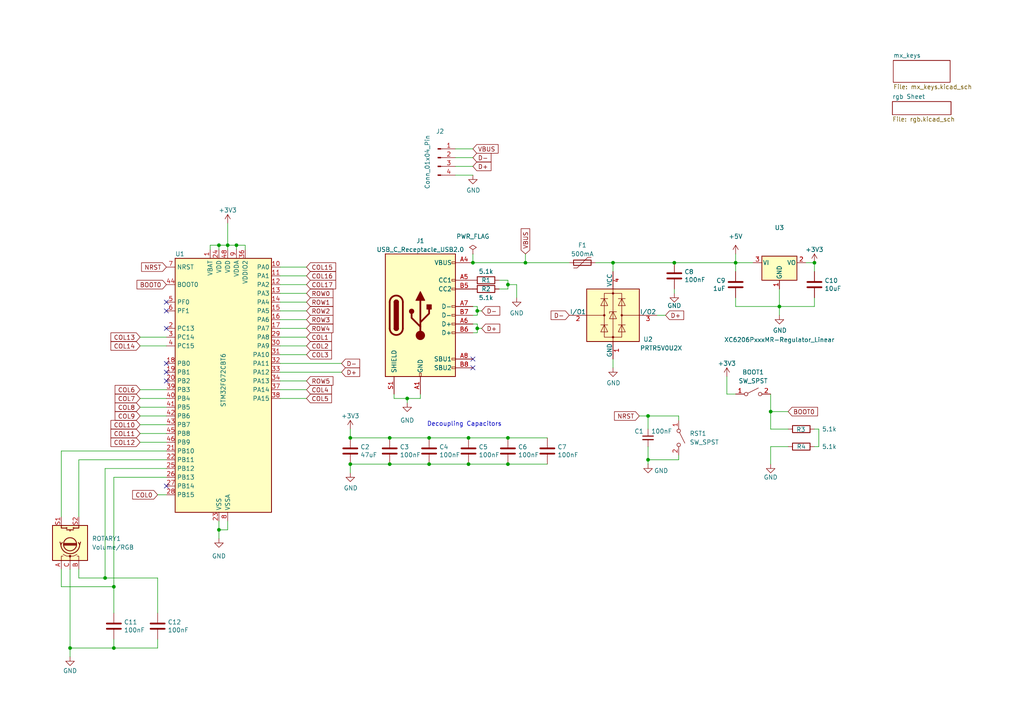
<source format=kicad_sch>
(kicad_sch (version 20231120) (generator "eeschema") (generator_version "8.0")
  (paper "A4")
  (title_block (title "Mioke80 Keyboard  QMK") (date "2024-07-25") (rev "1.0") (company "Michael O'Toole") (comment 1 "Open Source Hardware") (comment 2 "STM32F072CBT6"))
  (lib_symbols
    (symbol "Connector:Conn_01x04_Pin" (pin_names (offset 1.016) hide)
      (property "Reference" "J" (at 0 5.08 0))
      (property "Value" "Conn_01x04_Pin" (at 0 -7.62 0))
      (symbol "Conn_01x04_Pin_1_1"
        (polyline (pts (xy 1.27 -5.08) (xy 0.8636 -5.08)) (stroke (width 0.1524)))
        (polyline (pts (xy 1.27 -2.54) (xy 0.8636 -2.54)) (stroke (width 0.1524)))
        (polyline (pts (xy 1.27 0) (xy 0.8636 0)) (stroke (width 0.1524)))
        (polyline (pts (xy 1.27 2.54) (xy 0.8636 2.54)) (stroke (width 0.1524)))
        (rectangle (start 0.8636 -4.953) (end 0 -5.207) (stroke (width 0.1524)) (fill (type outline)))
        (rectangle (start 0.8636 -2.413) (end 0 -2.667) (stroke (width 0.1524)) (fill (type outline)))
        (rectangle (start 0.8636 0.127) (end 0 -0.127) (stroke (width 0.1524)) (fill (type outline)))
        (rectangle (start 0.8636 2.667) (end 0 2.413) (stroke (width 0.1524)) (fill (type outline)))
        (pin passive line (at 5.08 2.54 180) (length 3.81) (name "Pin_1") (number "1"))
        (pin passive line (at 5.08 0 180) (length 3.81) (name "Pin_2") (number "2"))
        (pin passive line (at 5.08 -2.54 180) (length 3.81) (name "Pin_3") (number "3"))
        (pin passive line (at 5.08 -5.08 180) (length 3.81) (name "Pin_4") (number "4"))
      )
    )
    (symbol "Connector:USB_C_Receptacle_USB2.0" (pin_names (offset 1.016))
      (property "Reference" "J" (at -10.16 19.05 0))
      (property "Value" "USB_C_Receptacle_USB2.0" (at 19.05 19.05 0))
      (symbol "USB_C_Receptacle_USB2.0_0_0"
        (rectangle (start -0.254 -17.78) (end 0.254 -16.764))
        (rectangle (start 10.16 -14.986) (end 9.144 -15.494))
        (rectangle (start 10.16 -12.446) (end 9.144 -12.954))
        (rectangle (start 10.16 -4.826) (end 9.144 -5.334))
        (rectangle (start 10.16 -2.286) (end 9.144 -2.794))
        (rectangle (start 10.16 0.254) (end 9.144 -0.254))
        (rectangle (start 10.16 2.794) (end 9.144 2.286))
        (rectangle (start 10.16 7.874) (end 9.144 7.366))
        (rectangle (start 10.16 10.414) (end 9.144 9.906))
        (rectangle (start 10.16 15.494) (end 9.144 14.986))
      )
      (symbol "USB_C_Receptacle_USB2.0_0_1"
        (rectangle (start -10.16 17.78) (end 10.16 -17.78) (stroke (width 0.254)) (fill (type background)))
        (arc (start -8.89 -3.81) (mid -6.985 -5.7067) (end -5.08 -3.81) (stroke (width 0.508)))
        (arc (start -7.62 -3.81) (mid -6.985 -4.4423) (end -6.35 -3.81) (stroke (width 0.254)))
        (arc (start -7.62 -3.81) (mid -6.985 -4.4423) (end -6.35 -3.81) (stroke (width 0.254)) (fill (type outline)))
        (rectangle (start -7.62 -3.81) (end -6.35 3.81) (stroke (width 0.254)) (fill (type outline)))
        (arc (start -6.35 3.81) (mid -6.985 4.4423) (end -7.62 3.81) (stroke (width 0.254)))
        (arc (start -6.35 3.81) (mid -6.985 4.4423) (end -7.62 3.81) (stroke (width 0.254)) (fill (type outline)))
        (arc (start -5.08 3.81) (mid -6.985 5.7067) (end -8.89 3.81) (stroke (width 0.508)))
        (circle (center -2.54 1.143) (radius 0.635) (stroke (width 0.254)) (fill (type outline)))
        (circle (center 0 -5.842) (radius 1.27) (fill (type outline)))
        (polyline (pts (xy -8.89 -3.81) (xy -8.89 3.81)) (stroke (width 0.508)))
        (polyline (pts (xy -5.08 3.81) (xy -5.08 -3.81)) (stroke (width 0.508)))
        (polyline (pts (xy 0 -5.842) (xy 0 4.318)) (stroke (width 0.508)))
        (polyline (pts (xy 0 -3.302) (xy -2.54 -0.762) (xy -2.54 0.508)) (stroke (width 0.508)))
        (polyline (pts (xy 0 -2.032) (xy 2.54 0.508) (xy 2.54 1.778)) (stroke (width 0.508)))
        (polyline (pts (xy -1.27 4.318) (xy 0 6.858) (xy 1.27 4.318) (xy -1.27 4.318)) (stroke (width 0.254)) (fill (type outline)))
        (rectangle (start 1.905 1.778) (end 3.175 3.048) (stroke (width 0.254)) (fill (type outline)))
      )
      (symbol "USB_C_Receptacle_USB2.0_1_1"
        (pin passive line (at 0 -22.86 90) (length 5.08) (name "GND") (number "A1"))
        (pin passive line (at 0 -22.86 90) (length 5.08) hide (name "GND") (number "A12"))
        (pin passive line (at 15.24 15.24 180) (length 5.08) (name "VBUS") (number "A4"))
        (pin bidirectional line (at 15.24 10.16 180) (length 5.08) (name "CC1") (number "A5"))
        (pin bidirectional line (at 15.24 -2.54 180) (length 5.08) (name "D+") (number "A6"))
        (pin bidirectional line (at 15.24 2.54 180) (length 5.08) (name "D-") (number "A7"))
        (pin bidirectional line (at 15.24 -12.7 180) (length 5.08) (name "SBU1") (number "A8"))
        (pin passive line (at 15.24 15.24 180) (length 5.08) hide (name "VBUS") (number "A9"))
        (pin passive line (at 0 -22.86 90) (length 5.08) hide (name "GND") (number "B1"))
        (pin passive line (at 0 -22.86 90) (length 5.08) hide (name "GND") (number "B12"))
        (pin passive line (at 15.24 15.24 180) (length 5.08) hide (name "VBUS") (number "B4"))
        (pin bidirectional line (at 15.24 7.62 180) (length 5.08) (name "CC2") (number "B5"))
        (pin bidirectional line (at 15.24 -5.08 180) (length 5.08) (name "D+") (number "B6"))
        (pin bidirectional line (at 15.24 0 180) (length 5.08) (name "D-") (number "B7"))
        (pin bidirectional line (at 15.24 -15.24 180) (length 5.08) (name "SBU2") (number "B8"))
        (pin passive line (at 15.24 15.24 180) (length 5.08) hide (name "VBUS") (number "B9"))
        (pin passive line (at -7.62 -22.86 90) (length 5.08) (name "SHIELD") (number "S1"))
      )
    )
    (symbol "Device:C" (pin_numbers hide) (pin_names (offset 0.254))
      (property "Reference" "C" (at 0.635 2.54 0))
      (property "Value" "C" (at 0.635 -2.54 0))
      (symbol "C_0_1"
        (polyline (pts (xy -2.032 -0.762) (xy 2.032 -0.762)) (stroke (width 0.508)))
        (polyline (pts (xy -2.032 0.762) (xy 2.032 0.762)) (stroke (width 0.508)))
      )
      (symbol "C_1_1"
        (pin passive line (at 0 3.81 270) (length 2.794) (name "~") (number "1"))
        (pin passive line (at 0 -3.81 90) (length 2.794) (name "~") (number "2"))
      )
    )
    (symbol "Device:C_Small" (pin_numbers hide) (pin_names (offset 0.254) hide)
      (property "Reference" "C" (at 0.254 1.778 0))
      (property "Value" "C_Small" (at 0.254 -2.032 0))
      (symbol "C_Small_0_1"
        (polyline (pts (xy -1.524 -0.508) (xy 1.524 -0.508)) (stroke (width 0.3302)))
        (polyline (pts (xy -1.524 0.508) (xy 1.524 0.508)) (stroke (width 0.3048)))
      )
      (symbol "C_Small_1_1"
        (pin passive line (at 0 2.54 270) (length 2.032) (name "~") (number "1"))
        (pin passive line (at 0 -2.54 90) (length 2.032) (name "~") (number "2"))
      )
    )
    (symbol "Device:Polyfuse" (pin_numbers hide) (pin_names (offset 0))
      (property "Reference" "F" (at -2.54 0 90))
      (property "Value" "Polyfuse" (at 2.54 0 90))
      (symbol "Polyfuse_0_1"
        (rectangle (start -0.762 2.54) (end 0.762 -2.54) (stroke (width 0.254)))
        (polyline (pts (xy 0 2.54) (xy 0 -2.54)))
        (polyline (pts (xy -1.524 2.54) (xy -1.524 1.524) (xy 1.524 -1.524) (xy 1.524 -2.54)))
      )
      (symbol "Polyfuse_1_1"
        (pin passive line (at 0 3.81 270) (length 1.27) (name "~") (number "1"))
        (pin passive line (at 0 -3.81 90) (length 1.27) (name "~") (number "2"))
      )
    )
    (symbol "Device:R" (pin_numbers hide) (pin_names (offset 0))
      (property "Reference" "R" (at 2.032 0 90))
      (property "Value" "R" (at 0 0 90))
      (symbol "R_0_1"
        (rectangle (start -1.016 -2.54) (end 1.016 2.54) (stroke (width 0.254)))
      )
      (symbol "R_1_1"
        (pin passive line (at 0 3.81 270) (length 1.27) (name "~") (number "1"))
        (pin passive line (at 0 -3.81 90) (length 1.27) (name "~") (number "2"))
      )
    )
    (symbol "MCU_ST_STM32F0:STM32F072CBTx"
      (property "Reference" "U" (at -12.7 39.37 0))
      (property "Value" "STM32F072CBTx" (at 10.16 39.37 0))
      (symbol "STM32F072CBTx_0_1"
        (rectangle (start -12.7 -35.56) (end 15.24 38.1) (stroke (width 0.254)) (fill (type background)))
      )
      (symbol "STM32F072CBTx_1_1"
        (pin power_in line (at -2.54 40.64 270) (length 2.54) (name "VBAT") (number "1"))
        (pin bidirectional line (at 17.78 35.56 180) (length 2.54) (name "PA0") (number "10"))
        (pin bidirectional line (at 17.78 33.02 180) (length 2.54) (name "PA1") (number "11"))
        (pin bidirectional line (at 17.78 30.48 180) (length 2.54) (name "PA2") (number "12"))
        (pin bidirectional line (at 17.78 27.94 180) (length 2.54) (name "PA3") (number "13"))
        (pin bidirectional line (at 17.78 25.4 180) (length 2.54) (name "PA4") (number "14"))
        (pin bidirectional line (at 17.78 22.86 180) (length 2.54) (name "PA5") (number "15"))
        (pin bidirectional line (at 17.78 20.32 180) (length 2.54) (name "PA6") (number "16"))
        (pin bidirectional line (at 17.78 17.78 180) (length 2.54) (name "PA7") (number "17"))
        (pin bidirectional line (at -15.24 7.62 0) (length 2.54) (name "PB0") (number "18"))
        (pin bidirectional line (at -15.24 5.08 0) (length 2.54) (name "PB1") (number "19"))
        (pin bidirectional line (at -15.24 17.78 0) (length 2.54) (name "PC13") (number "2"))
        (pin bidirectional line (at -15.24 2.54 0) (length 2.54) (name "PB2") (number "20"))
        (pin bidirectional line (at -15.24 -17.78 0) (length 2.54) (name "PB10") (number "21"))
        (pin bidirectional line (at -15.24 -20.32 0) (length 2.54) (name "PB11") (number "22"))
        (pin power_in line (at 0 -38.1 90) (length 2.54) (name "VSS") (number "23"))
        (pin power_in line (at 0 40.64 270) (length 2.54) (name "VDD") (number "24"))
        (pin bidirectional line (at -15.24 -22.86 0) (length 2.54) (name "PB12") (number "25"))
        (pin bidirectional line (at -15.24 -25.4 0) (length 2.54) (name "PB13") (number "26"))
        (pin bidirectional line (at -15.24 -27.94 0) (length 2.54) (name "PB14") (number "27"))
        (pin bidirectional line (at -15.24 -30.48 0) (length 2.54) (name "PB15") (number "28"))
        (pin bidirectional line (at 17.78 15.24 180) (length 2.54) (name "PA8") (number "29"))
        (pin bidirectional line (at -15.24 15.24 0) (length 2.54) (name "PC14") (number "3"))
        (pin bidirectional line (at 17.78 12.7 180) (length 2.54) (name "PA9") (number "30"))
        (pin bidirectional line (at 17.78 10.16 180) (length 2.54) (name "PA10") (number "31"))
        (pin bidirectional line (at 17.78 7.62 180) (length 2.54) (name "PA11") (number "32"))
        (pin bidirectional line (at 17.78 5.08 180) (length 2.54) (name "PA12") (number "33"))
        (pin bidirectional line (at 17.78 2.54 180) (length 2.54) (name "PA13") (number "34"))
        (pin passive line (at 0 -38.1 90) (length 2.54) hide (name "VSS") (number "35"))
        (pin power_in line (at 7.62 40.64 270) (length 2.54) (name "VDDIO2") (number "36"))
        (pin bidirectional line (at 17.78 0 180) (length 2.54) (name "PA14") (number "37"))
        (pin bidirectional line (at 17.78 -2.54 180) (length 2.54) (name "PA15") (number "38"))
        (pin bidirectional line (at -15.24 0 0) (length 2.54) (name "PB3") (number "39"))
        (pin bidirectional line (at -15.24 12.7 0) (length 2.54) (name "PC15") (number "4"))
        (pin bidirectional line (at -15.24 -2.54 0) (length 2.54) (name "PB4") (number "40"))
        (pin bidirectional line (at -15.24 -5.08 0) (length 2.54) (name "PB5") (number "41"))
        (pin bidirectional line (at -15.24 -7.62 0) (length 2.54) (name "PB6") (number "42"))
        (pin bidirectional line (at -15.24 -10.16 0) (length 2.54) (name "PB7") (number "43"))
        (pin input line (at -15.24 30.48 0) (length 2.54) (name "BOOT0") (number "44"))
        (pin bidirectional line (at -15.24 -12.7 0) (length 2.54) (name "PB8") (number "45"))
        (pin bidirectional line (at -15.24 -15.24 0) (length 2.54) (name "PB9") (number "46"))
        (pin passive line (at 0 -38.1 90) (length 2.54) hide (name "VSS") (number "47"))
        (pin power_in line (at 2.54 40.64 270) (length 2.54) (name "VDD") (number "48"))
        (pin bidirectional line (at -15.24 25.4 0) (length 2.54) (name "PF0") (number "5"))
        (pin bidirectional line (at -15.24 22.86 0) (length 2.54) (name "PF1") (number "6"))
        (pin input line (at -15.24 35.56 0) (length 2.54) (name "NRST") (number "7"))
        (pin power_in line (at 2.54 -38.1 90) (length 2.54) (name "VSSA") (number "8"))
        (pin power_in line (at 5.08 40.64 270) (length 2.54) (name "VDDA") (number "9"))
      )
    )
    (symbol "MyComponents_Library:RotaryEncoder_Switch" (pin_names (offset 0.254) hide)
      (property "Reference" "SW1" (at 0 10.16 0))
      (property "Value" "Encoder" (at 0 7.62 0))
      (symbol "RotaryEncoder_Switch_0_1"
        (rectangle (start -5.08 5.08) (end 5.08 -5.08) (stroke (width 0.254)) (fill (type background)))
        (circle (center -3.81 0) (radius 0.254) (fill (type outline)))
        (circle (center -0.381 0) (radius 1.905) (stroke (width 0.254)))
        (arc (start -0.381 2.667) (mid -3.0988 -0.0635) (end -0.381 -2.794) (stroke (width 0.254)))
        (polyline (pts (xy -0.635 -1.778) (xy -0.635 1.778)) (stroke (width 0.254)))
        (polyline (pts (xy -0.381 -1.778) (xy -0.381 1.778)) (stroke (width 0.254)))
        (polyline (pts (xy -0.127 1.778) (xy -0.127 -1.778)) (stroke (width 0.254)))
        (polyline (pts (xy 3.81 0) (xy 3.429 0)) (stroke (width 0.254)))
        (polyline (pts (xy 3.81 1.016) (xy 3.81 -1.016)) (stroke (width 0.254)))
        (polyline (pts (xy -5.08 -2.54) (xy -3.81 -2.54) (xy -3.81 -2.032)))
        (polyline (pts (xy -5.08 2.54) (xy -3.81 2.54) (xy -3.81 2.032)))
        (polyline (pts (xy 0.254 -3.048) (xy -0.508 -2.794) (xy 0.127 -2.413)) (stroke (width 0.254)))
        (polyline (pts (xy 0.254 2.921) (xy -0.508 2.667) (xy 0.127 2.286)) (stroke (width 0.254)))
        (polyline (pts (xy 5.08 -2.54) (xy 4.318 -2.54) (xy 4.318 -1.016)) (stroke (width 0.254)))
        (polyline (pts (xy 5.08 2.54) (xy 4.318 2.54) (xy 4.318 1.016)) (stroke (width 0.254)))
        (polyline (pts (xy -5.08 0) (xy -3.81 0) (xy -3.81 -1.016) (xy -3.302 -2.032)))
        (polyline (pts (xy -4.318 0) (xy -3.81 0) (xy -3.81 1.016) (xy -3.302 2.032)))
        (circle (center 4.318 -1.016) (radius 0.127) (stroke (width 0.254)))
        (circle (center 4.318 1.016) (radius 0.127) (stroke (width 0.254)))
      )
      (symbol "RotaryEncoder_Switch_1_1"
        (pin passive line (at -7.62 2.54 0) (length 2.54) (name "A") (number "A"))
        (pin passive line (at -7.62 -2.54 0) (length 2.54) (name "B") (number "B"))
        (pin passive line (at -7.62 0 0) (length 2.54) (name "C") (number "C"))
        (pin passive line (at 7.62 2.54 180) (length 2.54) (name "S1") (number "S1"))
        (pin passive line (at 7.62 -2.54 180) (length 2.54) (name "S2") (number "S2"))
      )
    )
    (symbol "Power_Protection:PRTR5V0U2X" (pin_names (offset 0))
      (property "Reference" "D" (at 2.794 8.636 0))
      (property "Value" "PRTR5V0U2X" (at 8.128 -9.398 0))
      (symbol "PRTR5V0U2X_0_1"
        (rectangle (start -7.62 -7.62) (end 7.62 7.62) (stroke (width 0.254)) (fill (type background)))
        (circle (center -2.54 0) (radius 0.254) (fill (type outline)))
        (rectangle (start -2.54 6.35) (end 2.54 -6.35))
        (circle (center 0 -6.35) (radius 0.254) (fill (type outline)))
        (polyline (pts (xy -2.54 0) (xy -7.62 0)))
        (polyline (pts (xy -1.524 -2.794) (xy -3.556 -2.794)))
        (polyline (pts (xy -1.524 4.826) (xy -3.556 4.826)))
        (polyline (pts (xy 0 -7.62) (xy 0 7.62)))
        (polyline (pts (xy 1.524 -2.794) (xy 3.556 -2.794)))
        (polyline (pts (xy 1.524 4.826) (xy 3.556 4.826)))
        (polyline (pts (xy 2.54 0) (xy 7.62 0)))
        (polyline (pts (xy 1.016 1.016) (xy -1.016 1.016) (xy -1.016 0.508)))
        (polyline (pts (xy -3.556 -4.826) (xy -1.524 -4.826) (xy -2.54 -2.794) (xy -3.556 -4.826)))
        (polyline (pts (xy -3.556 2.794) (xy -1.524 2.794) (xy -2.54 4.826) (xy -3.556 2.794)))
        (polyline (pts (xy -1.016 -1.016) (xy 1.016 -1.016) (xy 0 1.016) (xy -1.016 -1.016)))
        (polyline (pts (xy 3.556 -4.826) (xy 1.524 -4.826) (xy 2.54 -2.794) (xy 3.556 -4.826)))
        (polyline (pts (xy 3.556 2.794) (xy 1.524 2.794) (xy 2.54 4.826) (xy 3.556 2.794)))
        (circle (center 0 6.35) (radius 0.254) (fill (type outline)))
        (circle (center 2.54 0) (radius 0.254) (fill (type outline)))
      )
      (symbol "PRTR5V0U2X_1_1"
        (pin passive line (at 0 -12.7 90) (length 5.08) (name "GND") (number "1"))
        (pin passive line (at -12.7 0 0) (length 5.08) (name "I/O1") (number "2"))
        (pin passive line (at 12.7 0 180) (length 5.08) (name "I/O2") (number "3"))
        (pin passive line (at 0 12.7 270) (length 5.08) (name "VCC") (number "4"))
      )
    )
    (symbol "Switch:SW_SPST" (pin_names (offset 0) hide)
      (property "Reference" "SW" (at 0 3.175 0))
      (property "Value" "SW_SPST" (at 0 -2.54 0))
      (symbol "SW_SPST_0_0"
        (circle (center -2.032 0) (radius 0.508))
        (polyline (pts (xy -1.524 0.254) (xy 1.524 1.778)))
        (circle (center 2.032 0) (radius 0.508))
      )
      (symbol "SW_SPST_1_1"
        (pin passive line (at -5.08 0 0) (length 2.54) (name "A") (number "1"))
        (pin passive line (at 5.08 0 180) (length 2.54) (name "B") (number "2"))
      )
    )
    (symbol "kicad-keyboard-parts:XC6206PxxxMR-Regulator_Linear" (pin_names (offset 0.254))
      (property "Reference" "U" (at -3.81 3.175 0))
      (property "Value" "XC6206PxxxMR-Regulator_Linear" (at 0 3.175 0))
      (property "LCSC" "C5446" (at 0 0 0))
      (symbol "XC6206PxxxMR-Regulator_Linear_0_1"
        (rectangle (start -5.08 1.905) (end 5.08 -5.08) (stroke (width 0.254)) (fill (type background)))
      )
      (symbol "XC6206PxxxMR-Regulator_Linear_1_1"
        (pin power_in line (at 0 -7.62 90) (length 2.54) (name "GND") (number "1"))
        (pin power_out line (at 7.62 0 180) (length 2.54) (name "VO") (number "2"))
        (pin power_in line (at -7.62 0 0) (length 2.54) (name "VI") (number "3"))
      )
    )
    (symbol "power:+3V3" (power) (pin_names (offset 0))
      (property "Value" "+3V3" (at 0 3.556 0))
      (symbol "+3V3_0_1"
        (polyline (pts (xy -0.762 1.27) (xy 0 2.54)))
        (polyline (pts (xy 0 0) (xy 0 2.54)))
        (polyline (pts (xy 0 2.54) (xy 0.762 1.27)))
      )
      (symbol "+3V3_1_1"
        (pin power_in line (at 0 0 90) (length 0) hide (name "+3V3") (number "1"))
      )
    )
    (symbol "power:+5V" (power) (pin_names (offset 0))
      (property "Value" "+5V" (at 0 3.556 0))
      (symbol "+5V_0_1"
        (polyline (pts (xy -0.762 1.27) (xy 0 2.54)))
        (polyline (pts (xy 0 0) (xy 0 2.54)))
        (polyline (pts (xy 0 2.54) (xy 0.762 1.27)))
      )
      (symbol "+5V_1_1"
        (pin power_in line (at 0 0 90) (length 0) hide (name "+5V") (number "1"))
      )
    )
    (symbol "power:GND" (power) (pin_names (offset 0))
      (property "Value" "GND" (at 0 -3.81 0))
      (symbol "GND_0_1"
        (polyline (pts (xy 0 0) (xy 0 -1.27) (xy 1.27 -1.27) (xy 0 -2.54) (xy -1.27 -1.27) (xy 0 -1.27)))
      )
      (symbol "GND_1_1"
        (pin power_in line (at 0 0 270) (length 0) hide (name "GND") (number "1"))
      )
    )
    (symbol "power:PWR_FLAG" (power) (pin_numbers hide) (pin_names (offset 0) hide)
      (property "Value" "PWR_FLAG" (at 0 3.81 0))
      (symbol "PWR_FLAG_0_0"
        (pin power_out line (at 0 0 90) (length 0) (name "pwr") (number "1"))
      )
      (symbol "PWR_FLAG_0_1"
        (polyline (pts (xy 0 0) (xy 0 1.27) (xy -1.016 1.905) (xy 0 2.54) (xy 1.016 1.905) (xy 0 1.27)))
      )
    )
  )
  (junction (at 33.02 170.18))
  (junction (at 226.06 88.9))
  (junction (at 187.96 120.65))
  (junction (at 66.04 71.12))
  (junction (at 20.32 187.96))
  (junction (at 147.32 82.55))
  (junction (at 63.5 71.12))
  (junction (at 135.89 134.62))
  (junction (at 30.48 167.64))
  (junction (at 135.89 127))
  (junction (at 101.6 134.62))
  (junction (at 101.6 127))
  (junction (at 137.16 76.2))
  (junction (at 124.46 134.62))
  (junction (at 195.58 76.2))
  (junction (at 152.4 76.2))
  (junction (at 113.03 134.62))
  (junction (at 223.52 119.38))
  (junction (at 33.02 187.96))
  (junction (at 147.32 134.62))
  (junction (at 236.22 76.2))
  (junction (at 147.32 127))
  (junction (at 63.5 153.67))
  (junction (at 124.46 127))
  (junction (at 213.36 76.2))
  (junction (at 177.8 76.2))
  (junction (at 138.43 95.25))
  (junction (at 118.11 115.57))
  (junction (at 187.96 133.35))
  (junction (at 138.43 90.17))
  (junction (at 113.03 127))
  (junction (at 68.58 71.12))
  (no_connect (at 48.26 95.25))
  (no_connect (at 48.26 105.41))
  (no_connect (at 48.26 140.97))
  (no_connect (at 137.16 106.68))
  (no_connect (at 137.16 104.14))
  (no_connect (at 48.26 110.49))
  (no_connect (at 48.26 107.95))
  (no_connect (at 48.26 87.63))
  (no_connect (at 48.26 90.17))
  (wire (pts (xy 81.28 80.01) (xy 88.9 80.01)))
  (wire (pts (xy 30.48 167.64) (xy 45.72 167.64)))
  (wire (pts (xy 147.32 134.62) (xy 158.75 134.62)))
  (wire (pts (xy 33.02 138.43) (xy 48.26 138.43)))
  (wire (pts (xy 33.02 138.43) (xy 33.02 170.18)))
  (wire (pts (xy 223.52 119.38) (xy 228.6 119.38)))
  (wire (pts (xy 22.86 165.1) (xy 22.86 167.64)))
  (wire (pts (xy 137.16 96.52) (xy 138.43 96.52)))
  (wire (pts (xy 137.16 73.66) (xy 137.16 76.2)))
  (wire (pts (xy 196.85 120.65) (xy 196.85 121.92)))
  (wire (pts (xy 81.28 92.71) (xy 88.9 92.71)))
  (wire (pts (xy 177.8 76.2) (xy 195.58 76.2)))
  (wire (pts (xy 223.52 119.38) (xy 223.52 124.46)))
  (wire (pts (xy 223.52 129.54) (xy 228.6 129.54)))
  (wire (pts (xy 118.11 115.57) (xy 121.92 115.57)))
  (wire (pts (xy 132.08 50.8) (xy 137.16 50.8)))
  (wire (pts (xy 71.12 71.12) (xy 71.12 72.39)))
  (wire (pts (xy 226.06 88.9) (xy 226.06 91.44)))
  (wire (pts (xy 132.08 43.18) (xy 137.16 43.18)))
  (wire (pts (xy 137.16 88.9) (xy 138.43 88.9)))
  (wire (pts (xy 213.36 88.9) (xy 226.06 88.9)))
  (wire (pts (xy 81.28 95.25) (xy 88.9 95.25)))
  (wire (pts (xy 147.32 83.82) (xy 147.32 82.55)))
  (wire (pts (xy 66.04 64.77) (xy 66.04 71.12)))
  (wire (pts (xy 124.46 134.62) (xy 113.03 134.62)))
  (wire (pts (xy 144.78 83.82) (xy 147.32 83.82)))
  (wire (pts (xy 81.28 107.95) (xy 99.06 107.95)))
  (wire (pts (xy 138.43 90.17) (xy 138.43 91.44)))
  (wire (pts (xy 147.32 82.55) (xy 147.32 81.28)))
  (wire (pts (xy 213.36 114.3) (xy 210.82 114.3)))
  (wire (pts (xy 172.72 76.2) (xy 177.8 76.2)))
  (wire (pts (xy 118.11 116.84) (xy 118.11 115.57)))
  (wire (pts (xy 196.85 133.35) (xy 196.85 132.08)))
  (wire (pts (xy 68.58 71.12) (xy 68.58 72.39)))
  (wire (pts (xy 45.72 167.64) (xy 45.72 177.8)))
  (wire (pts (xy 63.5 153.67) (xy 63.5 156.21)))
  (wire (pts (xy 147.32 82.55) (xy 149.86 82.55)))
  (wire (pts (xy 124.46 127) (xy 113.03 127)))
  (wire (pts (xy 45.72 185.42) (xy 45.72 187.96)))
  (wire (pts (xy 68.58 71.12) (xy 71.12 71.12)))
  (wire (pts (xy 233.68 76.2) (xy 236.22 76.2)))
  (wire (pts (xy 213.36 76.2) (xy 213.36 78.74)))
  (wire (pts (xy 63.5 71.12) (xy 63.5 72.39)))
  (wire (pts (xy 187.96 120.65) (xy 196.85 120.65)))
  (wire (pts (xy 144.78 81.28) (xy 147.32 81.28)))
  (wire (pts (xy 33.02 187.96) (xy 45.72 187.96)))
  (wire (pts (xy 213.36 86.36) (xy 213.36 88.9)))
  (wire (pts (xy 187.96 134.62) (xy 187.96 133.35)))
  (wire (pts (xy 17.78 130.81) (xy 17.78 149.86)))
  (wire (pts (xy 81.28 100.33) (xy 88.9 100.33)))
  (wire (pts (xy 135.89 127) (xy 147.32 127)))
  (wire (pts (xy 81.28 110.49) (xy 88.9 110.49)))
  (wire (pts (xy 66.04 151.13) (xy 66.04 153.67)))
  (wire (pts (xy 210.82 114.3) (xy 210.82 109.22)))
  (wire (pts (xy 60.96 71.12) (xy 60.96 72.39)))
  (wire (pts (xy 81.28 102.87) (xy 88.9 102.87)))
  (wire (pts (xy 17.78 170.18) (xy 33.02 170.18)))
  (wire (pts (xy 190.5 91.44) (xy 193.04 91.44)))
  (wire (pts (xy 40.64 115.57) (xy 48.26 115.57)))
  (wire (pts (xy 226.06 83.82) (xy 226.06 88.9)))
  (wire (pts (xy 195.58 83.82) (xy 195.58 85.09)))
  (wire (pts (xy 213.36 73.66) (xy 213.36 76.2)))
  (wire (pts (xy 17.78 130.81) (xy 48.26 130.81)))
  (wire (pts (xy 124.46 127) (xy 135.89 127)))
  (wire (pts (xy 223.52 114.3) (xy 223.52 119.38)))
  (wire (pts (xy 68.58 71.12) (xy 66.04 71.12)))
  (wire (pts (xy 40.64 97.79) (xy 48.26 97.79)))
  (wire (pts (xy 30.48 135.89) (xy 48.26 135.89)))
  (wire (pts (xy 20.32 165.1) (xy 20.32 187.96)))
  (wire (pts (xy 30.48 135.89) (xy 30.48 167.64)))
  (wire (pts (xy 101.6 137.16) (xy 101.6 134.62)))
  (wire (pts (xy 236.22 124.46) (xy 237.49 124.46)))
  (wire (pts (xy 40.64 120.65) (xy 48.26 120.65)))
  (wire (pts (xy 33.02 170.18) (xy 33.02 177.8)))
  (wire (pts (xy 138.43 96.52) (xy 138.43 95.25)))
  (wire (pts (xy 223.52 124.46) (xy 228.6 124.46)))
  (wire (pts (xy 236.22 76.2) (xy 236.22 78.74)))
  (wire (pts (xy 22.86 133.35) (xy 22.86 149.86)))
  (wire (pts (xy 137.16 93.98) (xy 138.43 93.98)))
  (wire (pts (xy 147.32 127) (xy 158.75 127)))
  (wire (pts (xy 101.6 124.46) (xy 101.6 127)))
  (wire (pts (xy 33.02 185.42) (xy 33.02 187.96)))
  (wire (pts (xy 40.64 118.11) (xy 48.26 118.11)))
  (wire (pts (xy 138.43 90.17) (xy 139.7 90.17)))
  (wire (pts (xy 63.5 71.12) (xy 66.04 71.12)))
  (wire (pts (xy 187.96 133.35) (xy 196.85 133.35)))
  (wire (pts (xy 40.64 125.73) (xy 48.26 125.73)))
  (wire (pts (xy 177.8 106.68) (xy 177.8 104.14)))
  (wire (pts (xy 223.52 129.54) (xy 223.52 134.62)))
  (wire (pts (xy 63.5 151.13) (xy 63.5 153.67)))
  (wire (pts (xy 81.28 82.55) (xy 88.9 82.55)))
  (wire (pts (xy 63.5 153.67) (xy 66.04 153.67)))
  (wire (pts (xy 40.64 128.27) (xy 48.26 128.27)))
  (wire (pts (xy 114.3 115.57) (xy 118.11 115.57)))
  (wire (pts (xy 236.22 129.54) (xy 237.49 129.54)))
  (wire (pts (xy 60.96 71.12) (xy 63.5 71.12)))
  (wire (pts (xy 137.16 91.44) (xy 138.43 91.44)))
  (wire (pts (xy 114.3 114.3) (xy 114.3 115.57)))
  (wire (pts (xy 40.64 123.19) (xy 48.26 123.19)))
  (wire (pts (xy 132.08 45.72) (xy 137.16 45.72)))
  (wire (pts (xy 138.43 93.98) (xy 138.43 95.25)))
  (wire (pts (xy 132.08 48.26) (xy 137.16 48.26)))
  (wire (pts (xy 185.42 120.65) (xy 187.96 120.65)))
  (wire (pts (xy 195.58 76.2) (xy 213.36 76.2)))
  (wire (pts (xy 81.28 113.03) (xy 88.9 113.03)))
  (wire (pts (xy 138.43 95.25) (xy 139.7 95.25)))
  (wire (pts (xy 113.03 134.62) (xy 101.6 134.62)))
  (wire (pts (xy 81.28 90.17) (xy 88.9 90.17)))
  (wire (pts (xy 149.86 82.55) (xy 149.86 86.36)))
  (wire (pts (xy 22.86 167.64) (xy 30.48 167.64)))
  (wire (pts (xy 121.92 115.57) (xy 121.92 114.3)))
  (wire (pts (xy 237.49 124.46) (xy 237.49 129.54)))
  (wire (pts (xy 81.28 105.41) (xy 99.06 105.41)))
  (wire (pts (xy 20.32 187.96) (xy 33.02 187.96)))
  (wire (pts (xy 177.8 76.2) (xy 177.8 78.74)))
  (wire (pts (xy 152.4 73.66) (xy 152.4 76.2)))
  (wire (pts (xy 81.28 77.47) (xy 88.9 77.47)))
  (wire (pts (xy 187.96 120.65) (xy 187.96 124.46)))
  (wire (pts (xy 20.32 187.96) (xy 20.32 190.5)))
  (wire (pts (xy 40.64 113.03) (xy 48.26 113.03)))
  (wire (pts (xy 81.28 97.79) (xy 88.9 97.79)))
  (wire (pts (xy 17.78 165.1) (xy 17.78 170.18)))
  (wire (pts (xy 236.22 86.36) (xy 236.22 88.9)))
  (wire (pts (xy 81.28 115.57) (xy 88.9 115.57)))
  (wire (pts (xy 66.04 71.12) (xy 66.04 72.39)))
  (wire (pts (xy 113.03 127) (xy 101.6 127)))
  (wire (pts (xy 137.16 76.2) (xy 152.4 76.2)))
  (wire (pts (xy 138.43 88.9) (xy 138.43 90.17)))
  (wire (pts (xy 226.06 88.9) (xy 236.22 88.9)))
  (wire (pts (xy 81.28 87.63) (xy 88.9 87.63)))
  (wire (pts (xy 213.36 76.2) (xy 218.44 76.2)))
  (wire (pts (xy 124.46 134.62) (xy 135.89 134.62)))
  (wire (pts (xy 45.72 143.51) (xy 48.26 143.51)))
  (wire (pts (xy 22.86 133.35) (xy 48.26 133.35)))
  (wire (pts (xy 152.4 76.2) (xy 165.1 76.2)))
  (wire (pts (xy 135.89 134.62) (xy 147.32 134.62)))
  (wire (pts (xy 187.96 129.54) (xy 187.96 133.35)))
  (wire (pts (xy 81.28 85.09) (xy 88.9 85.09)))
  (wire (pts (xy 40.64 100.33) (xy 48.26 100.33)))
  (text "Decoupling Capacitors" (at 123.825 123.825 0) (effects (font (size 1.27 1.27)) (justify left bottom)))
  (global_label "COL1" (shape input) (at 88.9 97.79 0) (property "Intersheetrefs" "${INTERSHEET_REFS}" (effects (hide yes))))
  (global_label "COL9" (shape input) (at 40.64 120.65 180) (property "Intersheetrefs" "${INTERSHEET_REFS}" (effects (hide yes))))
  (global_label "COL2" (shape input) (at 88.9 100.33 0) (property "Intersheetrefs" "${INTERSHEET_REFS}" (effects (hide yes))))
  (global_label "COL8" (shape input) (at 40.64 118.11 180) (property "Intersheetrefs" "${INTERSHEET_REFS}" (effects (hide yes))))
  (global_label "ROW3" (shape input) (at 88.9 92.71 0) (property "Intersheetrefs" "${INTERSHEET_REFS}" (effects (hide yes))))
  (global_label "COL5" (shape input) (at 88.9 115.57 0) (property "Intersheetrefs" "${INTERSHEET_REFS}" (effects (hide yes))))
  (global_label "D-" (shape input) (at 137.16 45.72 0) (property "Intersheetrefs" "${INTERSHEET_REFS}" (effects (hide yes))))
  (global_label "ROW5" (shape input) (at 88.9 110.49 0) (property "Intersheetrefs" "${INTERSHEET_REFS}" (effects (hide yes))))
  (global_label "COL17" (shape input) (at 88.9 82.55 0) (property "Intersheetrefs" "${INTERSHEET_REFS}" (effects (hide yes))))
  (global_label "COL15" (shape input) (at 88.9 77.47 0) (property "Intersheetrefs" "${INTERSHEET_REFS}" (effects (hide yes))))
  (global_label "D-" (shape input) (at 99.06 105.41 0) (property "Intersheetrefs" "${INTERSHEET_REFS}" (effects (hide yes))))
  (global_label "COL6" (shape input) (at 40.64 113.03 180) (property "Intersheetrefs" "${INTERSHEET_REFS}" (effects (hide yes))))
  (global_label "ROW1" (shape input) (at 88.9 87.63 0) (property "Intersheetrefs" "${INTERSHEET_REFS}" (effects (hide yes))))
  (global_label "D-" (shape input) (at 165.1 91.44 180) (property "Intersheetrefs" "${INTERSHEET_REFS}" (effects (hide yes))))
  (global_label "COL14" (shape input) (at 40.64 100.33 180) (property "Intersheetrefs" "${INTERSHEET_REFS}" (effects (hide yes))))
  (global_label "BOOT0" (shape input) (at 48.26 82.55 180) (property "Intersheetrefs" "${INTERSHEET_REFS}" (effects (hide yes))))
  (global_label "D+" (shape input) (at 99.06 107.95 0) (property "Intersheetrefs" "${INTERSHEET_REFS}" (effects (hide yes))))
  (global_label "COL3" (shape input) (at 88.9 102.87 0) (property "Intersheetrefs" "${INTERSHEET_REFS}" (effects (hide yes))))
  (global_label "COL0" (shape input) (at 45.72 143.51 180) (property "Intersheetrefs" "${INTERSHEET_REFS}" (effects (hide yes))))
  (global_label "D+" (shape input) (at 137.16 48.26 0) (property "Intersheetrefs" "${INTERSHEET_REFS}" (effects (hide yes))))
  (global_label "D+" (shape input) (at 193.04 91.44 0) (property "Intersheetrefs" "${INTERSHEET_REFS}" (effects (hide yes))))
  (global_label "COL11" (shape input) (at 40.64 125.73 180) (property "Intersheetrefs" "${INTERSHEET_REFS}" (effects (hide yes))))
  (global_label "D-" (shape input) (at 139.7 90.17 0) (property "Intersheetrefs" "${INTERSHEET_REFS}" (effects (hide yes))))
  (global_label "COL16" (shape input) (at 88.9 80.01 0) (property "Intersheetrefs" "${INTERSHEET_REFS}" (effects (hide yes))))
  (global_label "COL12" (shape input) (at 40.64 128.27 180) (property "Intersheetrefs" "${INTERSHEET_REFS}" (effects (hide yes))))
  (global_label "COL10" (shape input) (at 40.64 123.19 180) (property "Intersheetrefs" "${INTERSHEET_REFS}" (effects (hide yes))))
  (global_label "VBUS" (shape input) (at 137.16 43.18 0) (property "Intersheetrefs" "${INTERSHEET_REFS}" (effects (hide yes))))
  (global_label "COL7" (shape input) (at 40.64 115.57 180) (property "Intersheetrefs" "${INTERSHEET_REFS}" (effects (hide yes))))
  (global_label "NRST" (shape input) (at 185.42 120.65 180) (property "Intersheetrefs" "${INTERSHEET_REFS}" (effects (hide yes))))
  (global_label "NRST" (shape input) (at 48.26 77.47 180) (property "Intersheetrefs" "${INTERSHEET_REFS}" (effects (hide yes))))
  (global_label "BOOT0" (shape input) (at 228.6 119.38 0) (property "Intersheetrefs" "${INTERSHEET_REFS}" (effects (hide yes))))
  (global_label "ROW4" (shape input) (at 88.9 95.25 0) (property "Intersheetrefs" "${INTERSHEET_REFS}" (effects (hide yes))))
  (global_label "D+" (shape input) (at 139.7 95.25 0) (property "Intersheetrefs" "${INTERSHEET_REFS}" (effects (hide yes))))
  (global_label "COL4" (shape input) (at 88.9 113.03 0) (property "Intersheetrefs" "${INTERSHEET_REFS}" (effects (hide yes))))
  (global_label "VBUS" (shape input) (at 152.4 73.66 90) (property "Intersheetrefs" "${INTERSHEET_REFS}" (effects (hide yes))))
  (global_label "ROW0" (shape input) (at 88.9 85.09 0) (property "Intersheetrefs" "${INTERSHEET_REFS}" (effects (hide yes))))
  (global_label "ROW2" (shape input) (at 88.9 90.17 0) (property "Intersheetrefs" "${INTERSHEET_REFS}" (effects (hide yes))))
  (global_label "COL13" (shape input) (at 40.64 97.79 180) (property "Intersheetrefs" "${INTERSHEET_REFS}" (effects (hide yes))))
  (symbol (lib_id "Connector:USB_C_Receptacle_USB2.0") (at 121.92 91.44 0) (unit 1)
    (property "Reference" "J1" (at 121.92 69.85 0))
    (property "Value" "USB_C_Receptacle_USB2.0" (at 121.92 72.39 0))
    (property "Footprint" "Connector_USB:USB_C_Receptacle_HRO_TYPE-C-31-M-12" (effects (hide yes)))
    (property "Datasheet" "https://www.usb.org/sites/default/files/documents/usb_type-c.zip" (effects (hide yes)))
    (property "JlcRotOffset" "180" (effects (hide yes)))
    (property "JlcPosOffset" "0,1.5" (effects (hide yes)))
  )
  (symbol (lib_id "power:+3V3") (at 66.04 64.77 0) (unit 1)
    (property "Reference" "#PWR01" (effects (hide yes)))
    (property "Value" "+3V3" (at 66.04 60.96 0))
  )
  (symbol (lib_id "Device:R") (at 232.41 124.46 90) (unit 1)
    (property "Reference" "R3" (at 232.283 124.587 90))
    (property "Value" "5.1k" (at 240.538 124.46 90))
    (property "Footprint" "Resistor_SMD:R_0402_1005Metric" (effects (hide yes)))
  )
  (symbol (lib_id "Device:C") (at 195.58 80.01 0) (unit 1)
    (property "Reference" "C8" (at 198.501 78.8416 0) (effects (justify left)))
    (property "Value" "100nF" (at 198.501 81.153 0) (effects (justify left)))
    (property "Footprint" "Capacitor_SMD:C_0402_1005Metric" (effects (hide yes)))
    (property "LCSC" "C307331" (effects (hide yes)))
  )
  (symbol (lib_id "Device:Polyfuse") (at 168.91 76.2 90) (unit 1)
    (property "Reference" "F1" (at 168.91 71.12 90))
    (property "Value" "500mA" (at 168.91 73.66 90))
    (property "Footprint" "Fuse:Fuse_1206_3216Metric" (effects (hide yes)))
    (property "LCSC" "C135341" (effects (hide yes)))
  )
  (symbol (lib_id "power:GND") (at 63.5 156.21 0) (unit 1)
    (property "Reference" "#PWR02" (effects (hide yes)))
    (property "Value" "GND" (at 63.5 161.29 0))
  )
  (symbol (lib_id "Device:C") (at 45.72 181.61 0) (unit 1)
    (property "Reference" "C12" (at 48.641 180.4416 0) (effects (justify left)))
    (property "Value" "100nF" (at 48.641 182.753 0) (effects (justify left)))
    (property "Footprint" "Capacitor_SMD:C_0402_1005Metric" (effects (hide yes)))
    (property "LCSC" "C307331" (effects (hide yes)))
  )
  (symbol (lib_id "power:GND") (at 149.86 86.36 0) (unit 1)
    (property "Reference" "#PWR05" (effects (hide yes)))
    (property "Value" "GND" (at 149.86 90.805 0))
  )
  (symbol (lib_id "power:GND") (at 101.6 137.16 0) (unit 1)
    (property "Reference" "#PWR08" (effects (hide yes)))
    (property "Value" "GND" (at 101.727 141.5542 0))
  )
  (symbol (lib_id "MCU_ST_STM32F0:STM32F072CBTx") (at 63.5 113.03 0) (unit 1)
    (property "Reference" "U1" (at 50.8 73.66 0) (effects (justify left)))
    (property "Value" "STM32F072CBT6" (at 64.77 118.11 90) (effects (justify left)))
    (property "Footprint" "Package_QFP:LQFP-48_7x7mm_P0.5mm" (effects (hide yes)))
    (property "Datasheet" "https://www.st.com/resource/en/datasheet/stm32f072cb.pdf" (effects (hide yes)))
    (property "JlcRotOffset" "90" (effects (hide yes)))
  )
  (symbol (lib_id "Device:C") (at 147.32 130.81 0) (unit 1)
    (property "Reference" "C6" (at 150.241 129.6416 0) (effects (justify left)))
    (property "Value" "100nF" (at 150.241 131.953 0) (effects (justify left)))
    (property "Footprint" "Capacitor_SMD:C_0402_1005Metric" (effects (hide yes)))
    (property "LCSC" "C307331" (effects (hide yes)))
  )
  (symbol (lib_id "power:+3V3") (at 101.6 124.46 0) (unit 1)
    (property "Reference" "#PWR04" (effects (hide yes)))
    (property "Value" "+3V3" (at 101.6 120.65 0))
  )
  (symbol (lib_id "power:GND") (at 118.11 116.84 0) (unit 1)
    (property "Reference" "#PWR011" (effects (hide yes)))
    (property "Value" "GND" (at 118.11 121.92 0))
  )
  (symbol (lib_id "Device:C") (at 236.22 82.55 0) (unit 1)
    (property "Reference" "C10" (at 239.141 81.3816 0) (effects (justify left)))
    (property "Value" "10uF" (at 239.141 83.693 0) (effects (justify left)))
    (property "Footprint" "Capacitor_SMD:C_0805_2012Metric" (effects (hide yes)))
    (property "LCSC" "C307331" (effects (hide yes)))
  )
  (symbol (lib_id "kicad-keyboard-parts:XC6206PxxxMR-Regulator_Linear") (at 226.06 76.2 0) (unit 1)
    (property "Reference" "U3" (at 226.06 66.04 0))
    (property "Value" "XC6206PxxxMR-Regulator_Linear" (at 226.06 98.552 0))
    (property "Footprint" "Package_TO_SOT_SMD:SOT-23" (effects (hide yes)))
    (property "Datasheet" "https://www.torexsemi.com/file/xc6206/XC6206.pdf" (effects (hide yes)))
    (property "LCSC" "C5446" (effects (hide yes)))
  )
  (symbol (lib_id "power:GND") (at 223.52 134.62 0) (unit 1)
    (property "Reference" "#PWR07" (effects (hide yes)))
    (property "Value" "GND" (at 223.52 138.43 0))
  )
  (symbol (lib_id "power:GND") (at 20.32 190.5 0) (unit 1)
    (property "Reference" "#PWR016" (effects (hide yes)))
    (property "Value" "GND" (at 20.32 194.564 0))
  )
  (symbol (lib_id "power:+3V3") (at 210.82 109.22 0) (mirror y) (unit 1)
    (property "Reference" "#PWR03" (effects (hide yes)))
    (property "Value" "+3V3" (at 210.82 105.41 0))
  )
  (symbol (lib_id "power:+3V3") (at 236.22 76.2 0) (unit 1)
    (property "Reference" "#PWR012" (effects (hide yes)))
    (property "Value" "+3V3" (at 236.22 72.39 0))
  )
  (symbol (lib_id "power:PWR_FLAG") (at 137.16 73.66 0) (unit 1)
    (property "Reference" "#FLG01" (effects (hide yes)))
    (property "Value" "PWR_FLAG" (at 137.16 68.58 0))
    (property "Description" "Special symbol for telling ERC where power comes from" (effects (hide yes)))
  )
  (symbol (lib_id "Device:R") (at 140.97 81.28 270) (unit 1)
    (property "Reference" "R1" (at 140.97 81.28 90))
    (property "Value" "5.1k" (at 140.97 78.74 90))
    (property "Footprint" "Resistor_SMD:R_0402_1005Metric" (effects (hide yes)))
  )
  (symbol (lib_id "Device:C") (at 33.02 181.61 0) (unit 1)
    (property "Reference" "C11" (at 35.941 180.4416 0) (effects (justify left)))
    (property "Value" "100nF" (at 35.941 182.753 0) (effects (justify left)))
    (property "Footprint" "Capacitor_SMD:C_0402_1005Metric" (effects (hide yes)))
    (property "LCSC" "C307331" (effects (hide yes)))
  )
  (symbol (lib_id "power:GND") (at 195.58 85.09 0) (unit 1)
    (property "Reference" "#PWR010" (effects (hide yes)))
    (property "Value" "GND" (at 195.58 88.646 0))
  )
  (symbol (lib_id "power:GND") (at 226.06 91.44 0) (unit 1)
    (property "Reference" "#PWR015" (effects (hide yes)))
    (property "Value" "GND" (at 226.187 95.8342 0))
  )
  (symbol (lib_id "power:+5V") (at 213.36 73.66 0) (unit 1)
    (property "Reference" "#PWR013" (effects (hide yes)))
    (property "Value" "+5V" (at 213.36 68.58 0))
  )
  (symbol (lib_id "Switch:SW_SPST") (at 218.44 114.3 0) (unit 1)
    (property "Reference" "BOOT1" (at 218.44 107.95 0))
    (property "Value" "SW_SPST" (at 218.44 110.49 0))
    (property "Footprint" "Button_Switch_SMD:SW_SPST_TL3342" (effects (hide yes)))
  )
  (symbol (lib_id "power:GND") (at 137.16 50.8 0) (unit 1)
    (property "Reference" "#PWR09" (effects (hide yes)))
    (property "Value" "GND" (at 137.287 55.1942 0))
  )
  (symbol (lib_id "Device:C") (at 124.46 130.81 0) (unit 1)
    (property "Reference" "C4" (at 127.381 129.6416 0) (effects (justify left)))
    (property "Value" "100nF" (at 127.381 131.953 0) (effects (justify left)))
    (property "Footprint" "Capacitor_SMD:C_0402_1005Metric" (effects (hide yes)))
    (property "LCSC" "C307331" (effects (hide yes)))
  )
  (symbol (lib_id "Connector:Conn_01x04_Pin") (at 127 45.72 0) (unit 1)
    (property "Reference" "J2" (at 127.635 38.1 0))
    (property "Value" "Conn_01x04_Pin" (at 123.952 46.99 90))
    (property "Footprint" "Connector_JST:JST_EH_B4B-EH-A_1x04_P2.50mm_Vertical" (effects (hide yes)))
    (property "Description" "Generic connector, single row, 01x04, script generated" (effects (hide yes)))
  )
  (symbol (lib_id "power:GND") (at 187.96 134.62 0) (mirror y) (unit 1)
    (property "Reference" "#PWR06" (effects (hide yes)))
    (property "Value" "GND" (at 191.77 136.525 0))
  )
  (symbol (lib_id "MyComponents_Library:RotaryEncoder_Switch") (at 20.32 157.48 90) (unit 1)
    (property "Reference" "ROTARY1" (at 26.67 156.2099 90) (effects (justify right)))
    (property "Value" "Volume/RGB" (at 26.67 158.7499 90) (effects (justify right)))
    (property "Footprint" "Rotary_Encoder:RotaryEncoder_Alps_EC11E-Switch_Vertical_H20mm" (effects (hide yes)))
    (property "Description" "Rotary encoder, dual channel, incremental quadrate outputs, with switch" (effects (hide yes)))
  )
  (symbol (lib_id "Device:C") (at 113.03 130.81 0) (unit 1)
    (property "Reference" "C3" (at 115.951 129.6416 0) (effects (justify left)))
    (property "Value" "100nF" (at 115.951 131.953 0) (effects (justify left)))
    (property "Footprint" "Capacitor_SMD:C_0402_1005Metric" (effects (hide yes)))
    (property "LCSC" "C307331" (effects (hide yes)))
  )
  (symbol (lib_id "Device:C") (at 135.89 130.81 0) (unit 1)
    (property "Reference" "C5" (at 138.811 129.6416 0) (effects (justify left)))
    (property "Value" "100nF" (at 138.811 131.953 0) (effects (justify left)))
    (property "Footprint" "Capacitor_SMD:C_0402_1005Metric" (effects (hide yes)))
    (property "LCSC" "C307331" (effects (hide yes)))
  )
  (symbol (lib_id "Device:C") (at 213.36 82.55 0) (mirror y) (unit 1)
    (property "Reference" "C9" (at 210.439 81.3816 0) (effects (justify left)))
    (property "Value" "1uF" (at 210.439 83.693 0) (effects (justify left)))
    (property "Footprint" "Capacitor_SMD:C_0402_1005Metric" (effects (hide yes)))
    (property "LCSC" "C307331" (effects (hide yes)))
  )
  (symbol (lib_id "Power_Protection:PRTR5V0U2X") (at 177.8 91.44 0) (unit 1)
    (property "Reference" "U2" (at 187.96 98.425 0))
    (property "Value" "PRTR5V0U2X" (at 191.77 100.965 0))
    (property "Footprint" "Package_TO_SOT_SMD:SOT-143" (effects (hide yes)))
    (property "Datasheet" "https://assets.nexperia.com/documents/data-sheet/PRTR5V0U2X.pdf" (effects (hide yes)))
    (property "LCSC" "C2827688" (effects (hide yes)))
    (property "JlcRotOffset" "90" (effects (hide yes)))
  )
  (symbol (lib_id "Device:C") (at 101.6 130.81 0) (unit 1)
    (property "Reference" "C2" (at 104.521 129.6416 0) (effects (justify left)))
    (property "Value" "47uF" (at 104.521 131.953 0) (effects (justify left)))
    (property "Footprint" "Capacitor_SMD:C_0805_2012Metric" (effects (hide yes)))
    (property "LCSC" "C307331" (effects (hide yes)))
  )
  (symbol (lib_id "power:GND") (at 177.8 106.68 0) (unit 1)
    (property "Reference" "#PWR014" (effects (hide yes)))
    (property "Value" "GND" (at 177.927 111.0742 0))
  )
  (symbol (lib_id "Device:R") (at 232.41 129.54 270) (mirror x) (unit 1)
    (property "Reference" "R4" (at 232.41 129.54 90))
    (property "Value" "5.1k" (at 240.538 129.54 90))
    (property "Footprint" "Resistor_SMD:R_0402_1005Metric" (effects (hide yes)))
  )
  (symbol (lib_id "Switch:SW_SPST") (at 196.85 127 270) (unit 1)
    (property "Reference" "RST1" (at 200.025 125.73 90) (effects (justify left)))
    (property "Value" "SW_SPST" (at 200.025 128.27 90) (effects (justify left)))
    (property "Footprint" "Button_Switch_SMD:SW_SPST_TL3342" (effects (hide yes)))
  )
  (symbol (lib_id "Device:C_Small") (at 187.96 127 0) (mirror y) (unit 1)
    (property "Reference" "C1" (at 186.69 125.095 0) (effects (justify left)))
    (property "Value" "100nF" (at 194.945 125.095 0) (effects (justify left)))
    (property "Footprint" "Capacitor_SMD:C_0402_1005Metric" (effects (hide yes)))
    (property "LCSC" "C307331" (effects (hide yes)))
  )
  (symbol (lib_id "Device:R") (at 140.97 83.82 90) (unit 1)
    (property "Reference" "R2" (at 140.97 83.82 90))
    (property "Value" "5.1k" (at 140.97 86.36 90))
    (property "Footprint" "Resistor_SMD:R_0402_1005Metric" (effects (hide yes)))
  )
  (symbol (lib_id "Device:C") (at 158.75 130.81 0) (unit 1)
    (property "Reference" "C7" (at 161.671 129.6416 0) (effects (justify left)))
    (property "Value" "100nF" (at 161.671 131.953 0) (effects (justify left)))
    (property "Footprint" "Capacitor_SMD:C_0402_1005Metric" (effects (hide yes)))
    (property "LCSC" "C307331" (effects (hide yes)))
  )
  (sheet (at 259.08 17.526) (size 16.51 6.35) (stroke (width 0.1524))
    (property "Sheetname" "mx_keys" (at 259.08 16.8144 0) (effects (justify left bottom)))
    (property "Sheetfile" "mx_keys.kicad_sch" (at 259.08 24.4606 0) (effects (justify left top)))
  )
  (sheet (at 258.826 29.464) (size 17.018 3.81) (stroke (width 0.1524))
    (property "Sheetname" "rgb Sheet" (at 258.826 28.7524 0) (effects (justify left bottom)))
    (property "Sheetfile" "rgb.kicad_sch" (at 258.826 33.8586 0) (effects (justify left top)))
  )
)
</source>
